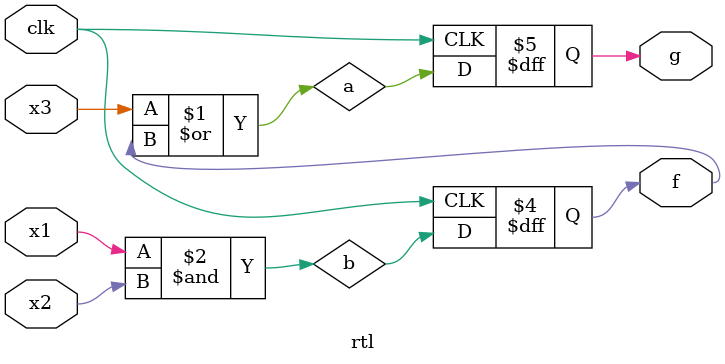
<source format=v>
module rtl(input clk,x1,x2,x3, output reg f,g);
wire a,b;
assign a = x3|f;
assign b = x1&x2;
always@(posedge clk)begin
    g<=a;
    f<=b;
end
endmodule
</source>
